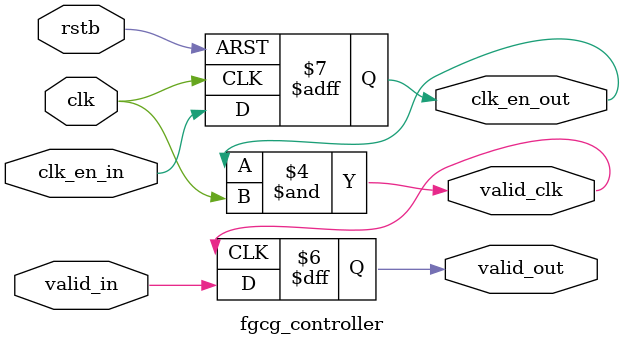
<source format=sv>
module fgcg_controller (
    input rstb, clk, valid_in, clk_en_in,
    output logic valid_out, clk_en_out, valid_clk
);
    always_ff @ (posedge clk, negedge rstb)
    begin
        if (!rstb) clk_en_out <= 1'b0;
        else clk_en_out <= clk_en_in;
    end

    always_comb
    begin
        valid_clk = clk_en_out & clk;
    end

    always_ff @ (posedge valid_clk)
    begin
        valid_out <= valid_in;
    end
endmodule

</source>
